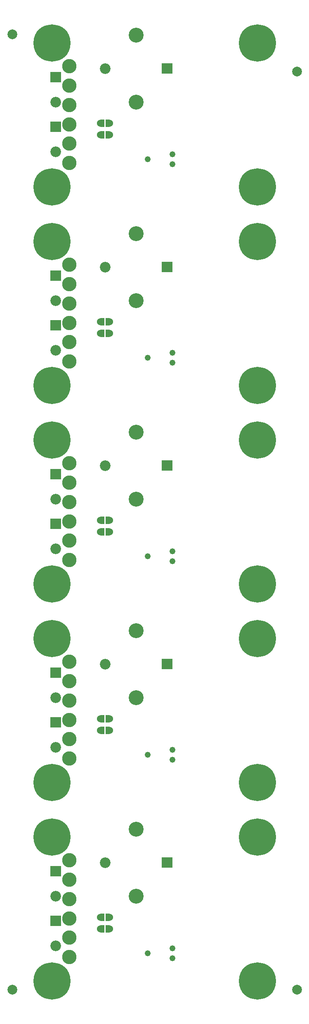
<source format=gbr>
G04 start of page 8 for group -4062 idx -4062 *
G04 Title: (unknown), soldermask *
G04 Creator: pcb 4.0.2 *
G04 CreationDate: Sun Oct 16 03:19:17 2022 UTC *
G04 For: ndholmes *
G04 Format: Gerber/RS-274X *
G04 PCB-Dimensions (mil): 3000.00 8100.00 *
G04 PCB-Coordinate-Origin: lower left *
%MOIN*%
%FSLAX25Y25*%
%LNBOTTOMMASK*%
%ADD72C,0.0600*%
%ADD71C,0.1200*%
%ADD70C,0.0001*%
%ADD69C,0.0860*%
%ADD68C,0.1160*%
%ADD67C,0.2997*%
%ADD66C,0.0490*%
%ADD65C,0.0787*%
G54D65*X35000Y20000D03*
X265000D03*
G54D66*X144500Y49500D03*
X164500Y53500D03*
Y45500D03*
G54D67*X233000Y27000D03*
X67000D03*
G54D68*X81000Y46300D03*
G54D69*X70000Y215500D03*
G54D70*G36*
X65700Y79800D02*Y71200D01*
X74300D01*
Y79800D01*
X65700D01*
G37*
G54D69*X70000Y55500D03*
G54D70*G36*
X65700Y119800D02*Y111200D01*
X74300D01*
Y119800D01*
X65700D01*
G37*
G54D69*X70000Y95500D03*
G54D68*X81000Y284300D03*
Y268700D03*
Y253100D03*
Y237500D03*
Y221900D03*
Y124300D03*
Y108700D03*
Y93100D03*
Y77500D03*
Y61900D03*
G54D70*G36*
X65700Y719800D02*Y711200D01*
X74300D01*
Y719800D01*
X65700D01*
G37*
G54D68*X81000Y733100D03*
Y717500D03*
Y701900D03*
G54D66*X144500Y689500D03*
G54D71*X135000Y789500D03*
Y735500D03*
G54D70*G36*
X155700Y606800D02*Y598200D01*
X164300D01*
Y606800D01*
X155700D01*
G37*
G54D71*X135000Y629500D03*
G54D65*X35000Y790000D03*
G54D69*X110000Y762500D03*
G54D67*X67000Y783000D03*
G54D68*X81000Y764300D03*
Y748700D03*
G54D70*G36*
X65700Y759800D02*Y751200D01*
X74300D01*
Y759800D01*
X65700D01*
G37*
G54D69*X70000Y735500D03*
G54D68*X81000Y604300D03*
G54D65*X265000Y760000D03*
G54D70*G36*
X155700Y766800D02*Y758200D01*
X164300D01*
Y766800D01*
X155700D01*
G37*
G54D66*X164500Y693500D03*
G54D67*X233000Y783000D03*
G54D66*X164500Y685500D03*
G54D67*X233000Y667000D03*
Y507000D03*
Y463000D03*
Y623000D03*
Y347000D03*
G54D69*X70000Y695500D03*
G54D67*X67000Y667000D03*
G54D68*X81000Y686300D03*
G54D67*X67000Y623000D03*
G54D68*X81000Y588700D03*
G54D70*G36*
X65700Y599800D02*Y591200D01*
X74300D01*
Y599800D01*
X65700D01*
G37*
G54D69*X70000Y575500D03*
G54D70*G36*
X65700Y559800D02*Y551200D01*
X74300D01*
Y559800D01*
X65700D01*
G37*
G54D69*X70000Y535500D03*
G54D70*G36*
X65700Y439800D02*Y431200D01*
X74300D01*
Y439800D01*
X65700D01*
G37*
G54D69*X70000Y415500D03*
G54D67*X67000Y507000D03*
G54D68*X81000Y573100D03*
Y557500D03*
Y541900D03*
Y526300D03*
G54D67*X67000Y463000D03*
G54D68*X81000Y444300D03*
G54D69*X110000Y602500D03*
G54D66*X144500Y529500D03*
X164500Y533500D03*
G54D71*X135000Y575500D03*
G54D66*X164500Y525500D03*
G54D70*G36*
X155700Y446800D02*Y438200D01*
X164300D01*
Y446800D01*
X155700D01*
G37*
G54D69*X110000Y442500D03*
G54D71*X135000Y469500D03*
Y415500D03*
G54D68*X81000Y428700D03*
Y413100D03*
Y397500D03*
Y381900D03*
G54D70*G36*
X65700Y399800D02*Y391200D01*
X74300D01*
Y399800D01*
X65700D01*
G37*
G54D69*X70000Y375500D03*
G54D70*G36*
X65700Y239800D02*Y231200D01*
X74300D01*
Y239800D01*
X65700D01*
G37*
G36*
Y279800D02*Y271200D01*
X74300D01*
Y279800D01*
X65700D01*
G37*
G54D69*X70000Y255500D03*
G54D66*X144500Y369500D03*
G54D67*X67000Y347000D03*
G54D68*X81000Y366300D03*
G54D67*X67000Y303000D03*
Y187000D03*
G54D68*X81000Y206300D03*
G54D67*X67000Y143000D03*
G54D70*G36*
X155700Y286800D02*Y278200D01*
X164300D01*
Y286800D01*
X155700D01*
G37*
G54D69*X110000Y282500D03*
G54D66*X144500Y209500D03*
G54D71*X135000Y255500D03*
Y309500D03*
G54D66*X164500Y373500D03*
Y365500D03*
G54D70*G36*
X155700Y126800D02*Y118200D01*
X164300D01*
Y126800D01*
X155700D01*
G37*
G54D66*X164500Y213500D03*
Y205500D03*
G54D67*X233000Y187000D03*
Y303000D03*
Y143000D03*
G54D69*X110000Y122500D03*
G54D71*X135000Y149500D03*
Y95500D03*
G54D72*X113400Y389000D03*
G54D70*G36*
Y392000D02*X110400D01*
Y386000D01*
X113400D01*
Y392000D01*
G37*
G54D72*Y398500D03*
G54D70*G36*
Y401500D02*X110400D01*
Y395500D01*
X113400D01*
Y401500D01*
G37*
G54D72*X106600Y389000D03*
G54D70*G36*
X109600Y392000D02*X106600D01*
Y386000D01*
X109600D01*
Y392000D01*
G37*
G54D72*X106600Y398500D03*
G54D70*G36*
X109600Y401500D02*X106600D01*
Y395500D01*
X109600D01*
Y401500D01*
G37*
G54D72*X113400Y229000D03*
G54D70*G36*
Y232000D02*X110400D01*
Y226000D01*
X113400D01*
Y232000D01*
G37*
G54D72*X106600Y229000D03*
G54D70*G36*
X109600Y232000D02*X106600D01*
Y226000D01*
X109600D01*
Y232000D01*
G37*
G54D72*X106600Y238500D03*
G54D70*G36*
X109600Y241500D02*X106600D01*
Y235500D01*
X109600D01*
Y241500D01*
G37*
G54D72*X113400Y238500D03*
G54D70*G36*
Y241500D02*X110400D01*
Y235500D01*
X113400D01*
Y241500D01*
G37*
G54D72*Y69000D03*
G54D70*G36*
Y72000D02*X110400D01*
Y66000D01*
X113400D01*
Y72000D01*
G37*
G54D72*X106600Y69000D03*
G54D70*G36*
X109600Y72000D02*X106600D01*
Y66000D01*
X109600D01*
Y72000D01*
G37*
G54D72*X106600Y78500D03*
G54D70*G36*
X109600Y81500D02*X106600D01*
Y75500D01*
X109600D01*
Y81500D01*
G37*
G54D72*X113400Y78500D03*
G54D70*G36*
Y81500D02*X110400D01*
Y75500D01*
X113400D01*
Y81500D01*
G37*
G54D72*Y709000D03*
G54D70*G36*
Y712000D02*X110400D01*
Y706000D01*
X113400D01*
Y712000D01*
G37*
G54D72*Y718500D03*
G54D70*G36*
Y721500D02*X110400D01*
Y715500D01*
X113400D01*
Y721500D01*
G37*
G54D72*X106600Y709000D03*
G54D70*G36*
X109600Y712000D02*X106600D01*
Y706000D01*
X109600D01*
Y712000D01*
G37*
G54D72*X106600Y718500D03*
G54D70*G36*
X109600Y721500D02*X106600D01*
Y715500D01*
X109600D01*
Y721500D01*
G37*
G54D72*X113400Y549000D03*
G54D70*G36*
Y552000D02*X110400D01*
Y546000D01*
X113400D01*
Y552000D01*
G37*
G54D72*X106600Y549000D03*
G54D70*G36*
X109600Y552000D02*X106600D01*
Y546000D01*
X109600D01*
Y552000D01*
G37*
G54D72*X106600Y558500D03*
G54D70*G36*
X109600Y561500D02*X106600D01*
Y555500D01*
X109600D01*
Y561500D01*
G37*
G54D72*X113400Y558500D03*
G54D70*G36*
Y561500D02*X110400D01*
Y555500D01*
X113400D01*
Y561500D01*
G37*
M02*

</source>
